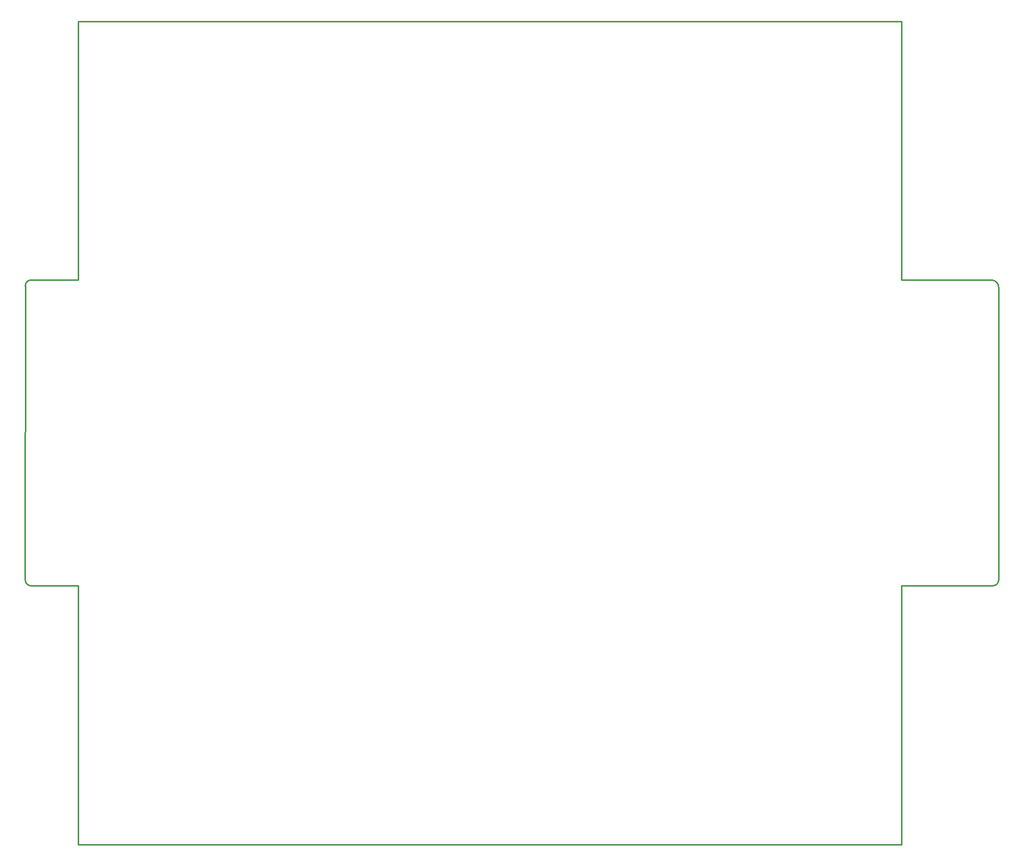
<source format=gbr>
G04 start of page 4 for group 2 idx 2 *
G04 Title: (unknown), outline *
G04 Creator: pcb 20091103 *
G04 CreationDate: Wed 16 Nov 2011 10:52:43 GMT UTC *
G04 For: jeanmarc *
G04 Format: Gerber/RS-274X *
G04 PCB-Dimensions: 657480 551181 *
G04 PCB-Coordinate-Origin: lower left *
%MOIN*%
%FSLAX25Y25*%
%LNOUTLINE*%
%ADD39C,0.0100*%
%ADD40C,0.0098*%
G54D39*X586527Y551189D02*Y377961D01*
X646469Y377953D01*
X651500Y372981D02*X651519Y177173D01*
X586527Y173236D02*Y8D01*
X647551Y173236D02*X586527D01*
X35346Y377961D02*Y551189D01*
X586527D01*
X3937Y377953D02*X35346Y377961D01*
X586527Y8D02*X35346D01*
Y173236D01*
X3850D01*
X-87Y177173D02*X0Y374016D01*
G54D40*G75*G02X3937Y377953I3937J0D01*G01*
G54D39*X647550Y173236D02*G75*G03X651487Y177173I0J3937D01*G01*
G54D40*X0Y177165D02*G75*G03X3937Y173228I3937J0D01*G01*
X646500Y377981D02*G75*G02X651500Y372981I0J-5000D01*G01*
M02*

</source>
